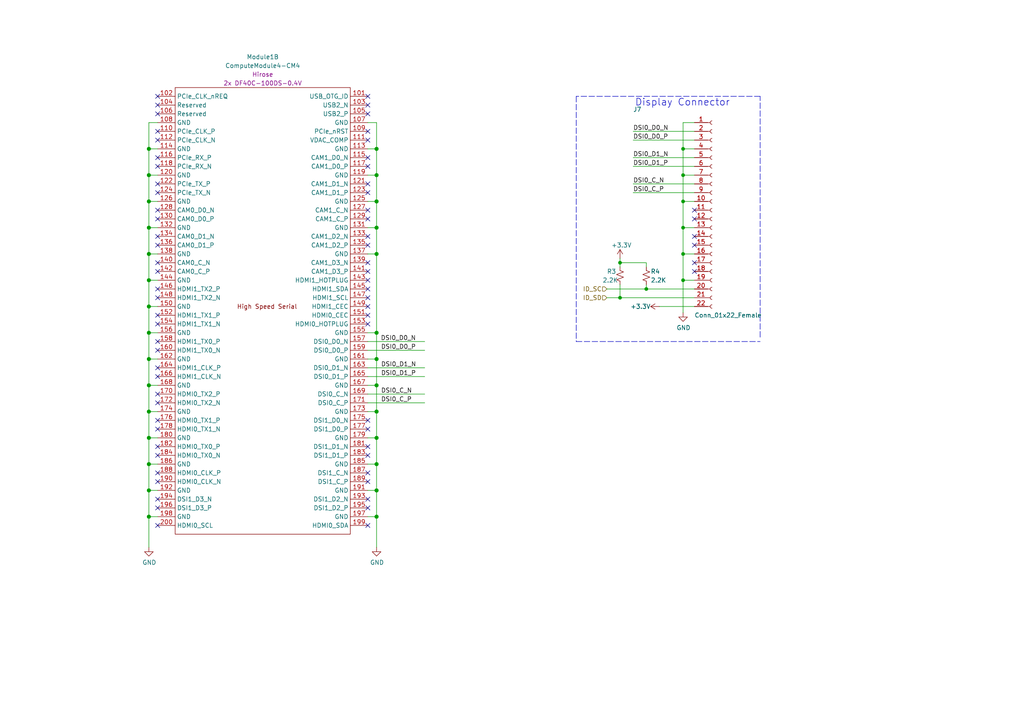
<source format=kicad_sch>
(kicad_sch (version 20230121) (generator eeschema)
  (paper "A4")
  (lib_symbols
    (symbol "Connector:Conn_01x22_Female" (pin_names hide)
      (property "Reference" "J" (at 0 27.94 0))
      (property "Value" "Conn_01x22_Female" (at 0 -30.48 0))
      (symbol "Conn_01x22_Female_1_1"
        (arc (start 0 -27.432) (mid -0.5058 -27.94) (end 0 -28.448))
        (arc (start 0 -24.892) (mid -0.5058 -25.4) (end 0 -25.908))
        (arc (start 0 -22.352) (mid -0.5058 -22.86) (end 0 -23.368))
        (arc (start 0 -19.812) (mid -0.5058 -20.32) (end 0 -20.828))
        (arc (start 0 -17.272) (mid -0.5058 -17.78) (end 0 -18.288))
        (arc (start 0 -14.732) (mid -0.5058 -15.24) (end 0 -15.748))
        (arc (start 0 -12.192) (mid -0.5058 -12.7) (end 0 -13.208))
        (arc (start 0 -9.652) (mid -0.5058 -10.16) (end 0 -10.668))
        (arc (start 0 -7.112) (mid -0.5058 -7.62) (end 0 -8.128))
        (arc (start 0 -4.572) (mid -0.5058 -5.08) (end 0 -5.588))
        (arc (start 0 -2.032) (mid -0.5058 -2.54) (end 0 -3.048))
        (polyline (pts (xy -1.27 -27.94) (xy -0.508 -27.94)))
        (polyline (pts (xy -1.27 -25.4) (xy -0.508 -25.4)))
        (polyline (pts (xy -1.27 -22.86) (xy -0.508 -22.86)))
        (polyline (pts (xy -1.27 -20.32) (xy -0.508 -20.32)))
        (polyline (pts (xy -1.27 -17.78) (xy -0.508 -17.78)))
        (polyline (pts (xy -1.27 -15.24) (xy -0.508 -15.24)))
        (polyline (pts (xy -1.27 -12.7) (xy -0.508 -12.7)))
        (polyline (pts (xy -1.27 -10.16) (xy -0.508 -10.16)))
        (polyline (pts (xy -1.27 -7.62) (xy -0.508 -7.62)))
        (polyline (pts (xy -1.27 -5.08) (xy -0.508 -5.08)))
        (polyline (pts (xy -1.27 -2.54) (xy -0.508 -2.54)))
        (polyline (pts (xy -1.27 0) (xy -0.508 0)))
        (polyline (pts (xy -1.27 2.54) (xy -0.508 2.54)))
        (polyline (pts (xy -1.27 5.08) (xy -0.508 5.08)))
        (polyline (pts (xy -1.27 7.62) (xy -0.508 7.62)))
        (polyline (pts (xy -1.27 10.16) (xy -0.508 10.16)))
        (polyline (pts (xy -1.27 12.7) (xy -0.508 12.7)))
        (polyline (pts (xy -1.27 15.24) (xy -0.508 15.24)))
        (polyline (pts (xy -1.27 17.78) (xy -0.508 17.78)))
        (polyline (pts (xy -1.27 20.32) (xy -0.508 20.32)))
        (polyline (pts (xy -1.27 22.86) (xy -0.508 22.86)))
        (polyline (pts (xy -1.27 25.4) (xy -0.508 25.4)))
        (arc (start 0 0.508) (mid -0.5058 0) (end 0 -0.508))
        (arc (start 0 3.048) (mid -0.5058 2.54) (end 0 2.032))
        (arc (start 0 5.588) (mid -0.5058 5.08) (end 0 4.572))
        (arc (start 0 8.128) (mid -0.5058 7.62) (end 0 7.112))
        (arc (start 0 10.668) (mid -0.5058 10.16) (end 0 9.652))
        (arc (start 0 13.208) (mid -0.5058 12.7) (end 0 12.192))
        (arc (start 0 15.748) (mid -0.5058 15.24) (end 0 14.732))
        (arc (start 0 18.288) (mid -0.5058 17.78) (end 0 17.272))
        (arc (start 0 20.828) (mid -0.5058 20.32) (end 0 19.812))
        (arc (start 0 23.368) (mid -0.5058 22.86) (end 0 22.352))
        (arc (start 0 25.908) (mid -0.5058 25.4) (end 0 24.892))
        (pin passive line (at -5.08 25.4 0) (length 3.81) (name "Pin_1") (number "1"))
        (pin passive line (at -5.08 2.54 0) (length 3.81) (name "Pin_10") (number "10"))
        (pin passive line (at -5.08 0 0) (length 3.81) (name "Pin_11") (number "11"))
        (pin passive line (at -5.08 -2.54 0) (length 3.81) (name "Pin_12") (number "12"))
        (pin passive line (at -5.08 -5.08 0) (length 3.81) (name "Pin_13") (number "13"))
        (pin passive line (at -5.08 -7.62 0) (length 3.81) (name "Pin_14") (number "14"))
        (pin passive line (at -5.08 -10.16 0) (length 3.81) (name "Pin_15") (number "15"))
        (pin passive line (at -5.08 -12.7 0) (length 3.81) (name "Pin_16") (number "16"))
        (pin passive line (at -5.08 -15.24 0) (length 3.81) (name "Pin_17") (number "17"))
        (pin passive line (at -5.08 -17.78 0) (length 3.81) (name "Pin_18") (number "18"))
        (pin passive line (at -5.08 -20.32 0) (length 3.81) (name "Pin_19") (number "19"))
        (pin passive line (at -5.08 22.86 0) (length 3.81) (name "Pin_2") (number "2"))
        (pin passive line (at -5.08 -22.86 0) (length 3.81) (name "Pin_20") (number "20"))
        (pin passive line (at -5.08 -25.4 0) (length 3.81) (name "Pin_21") (number "21"))
        (pin passive line (at -5.08 -27.94 0) (length 3.81) (name "Pin_22") (number "22"))
        (pin passive line (at -5.08 20.32 0) (length 3.81) (name "Pin_3") (number "3"))
        (pin passive line (at -5.08 17.78 0) (length 3.81) (name "Pin_4") (number "4"))
        (pin passive line (at -5.08 15.24 0) (length 3.81) (name "Pin_5") (number "5"))
        (pin passive line (at -5.08 12.7 0) (length 3.81) (name "Pin_6") (number "6"))
        (pin passive line (at -5.08 10.16 0) (length 3.81) (name "Pin_7") (number "7"))
        (pin passive line (at -5.08 7.62 0) (length 3.81) (name "Pin_8") (number "8"))
        (pin passive line (at -5.08 5.08 0) (length 3.81) (name "Pin_9") (number "9"))
      )
    )
    (symbol "Device:R_Small_US" (pin_numbers hide) (pin_names (offset 0.254) hide)
      (property "Reference" "R" (at 0.762 0.508 0))
      (property "Value" "R_Small_US" (at 0.762 -1.016 0))
      (symbol "R_Small_US_1_1"
        (polyline (pts (xy 0 0) (xy 1.016 -0.381) (xy 0 -0.762) (xy -1.016 -1.143) (xy 0 -1.524)))
        (polyline (pts (xy 0 1.524) (xy 1.016 1.143) (xy 0 0.762) (xy -1.016 0.381) (xy 0 0)))
        (pin passive line (at 0 2.54 270) (length 1.016) (name "~") (number "1"))
        (pin passive line (at 0 -2.54 90) (length 1.016) (name "~") (number "2"))
      )
    )
    (symbol "cm4:ComputeModule4-CM4"
      (property "Reference" "Module" (at 113.03 -68.58 0))
      (property "Value" "ComputeModule4-CM4" (at 140.97 2.54 0))
      (property "Field4" "Hirose" (at 0 0 0))
      (property "Field5" "2x DF40C-100DS-0.4V" (at 0 -2.54 0))
      (symbol "ComputeModule4-CM4_1_0"
        (text "GPIO" (at 0 6.35 0) (effects (font (size 1.27 1.27))))
      )
      (symbol "ComputeModule4-CM4_1_1"
        (rectangle (start -30.48 -71.12) (end 25.4 58.42))
        (text "600mA Max" (at -8.89 -53.34 0) (effects (font (size 1.27 1.27))))
        (text "600mA Max" (at -8.89 -48.26 0) (effects (font (size 1.27 1.27))))
        (text "NB SD signals are only available" (at -1.27 -27.94 0) (effects (font (size 1.27 1.27))))
        (text "on modules without eMMC" (at -1.27 -30.48 0) (effects (font (size 1.27 1.27))))
        (pin power_in line (at 27.94 55.88 180) (length 2.54) (name "GND") (number "1"))
        (pin passive line (at -33.02 45.72 0) (length 2.54) (name "Ethernet_Pair0_N") (number "10"))
        (pin output line (at -33.02 -68.58 0) (length 2.54) (name "nEXTRST") (number "100"))
        (pin passive line (at 27.94 43.18 180) (length 2.54) (name "Ethernet_Pair2_P") (number "11"))
        (pin passive line (at -33.02 43.18 0) (length 2.54) (name "Ethernet_Pair0_P") (number "12"))
        (pin power_in line (at 27.94 40.64 180) (length 2.54) (name "GND") (number "13"))
        (pin power_in line (at -33.02 40.64 0) (length 2.54) (name "GND") (number "14"))
        (pin output line (at 27.94 38.1 180) (length 2.54) (name "Ethernet_nLED3(3.3v)") (number "15"))
        (pin input line (at -33.02 38.1 0) (length 2.54) (name "Ethernet_SYNC_IN(1.8v)") (number "16"))
        (pin output line (at 27.94 35.56 180) (length 2.54) (name "Ethernet_nLED2(3.3v)") (number "17"))
        (pin input line (at -33.02 35.56 0) (length 2.54) (name "Ethernet_SYNC_OUT(1.8v)") (number "18"))
        (pin output line (at 27.94 33.02 180) (length 2.54) (name "Ethernet_nLED1(3.3v)") (number "19"))
        (pin power_in line (at -33.02 55.88 0) (length 2.54) (name "GND") (number "2"))
        (pin passive line (at -33.02 33.02 0) (length 2.54) (name "EEPROM_nWP") (number "20"))
        (pin open_collector line (at 27.94 30.48 180) (length 2.54) (name "PI_nLED_Activity") (number "21"))
        (pin power_in line (at -33.02 30.48 0) (length 2.54) (name "GND") (number "22"))
        (pin power_in line (at 27.94 27.94 180) (length 2.54) (name "GND") (number "23"))
        (pin passive line (at -33.02 27.94 0) (length 2.54) (name "GPIO26") (number "24"))
        (pin passive line (at 27.94 25.4 180) (length 2.54) (name "GPIO21") (number "25"))
        (pin passive line (at -33.02 25.4 0) (length 2.54) (name "GPIO19") (number "26"))
        (pin passive line (at 27.94 22.86 180) (length 2.54) (name "GPIO20") (number "27"))
        (pin passive line (at -33.02 22.86 0) (length 2.54) (name "GPIO13") (number "28"))
        (pin passive line (at 27.94 20.32 180) (length 2.54) (name "GPIO16") (number "29"))
        (pin passive line (at 27.94 53.34 180) (length 2.54) (name "Ethernet_Pair3_P") (number "3"))
        (pin passive line (at -33.02 20.32 0) (length 2.54) (name "GPIO6") (number "30"))
        (pin passive line (at 27.94 17.78 180) (length 2.54) (name "GPIO12") (number "31"))
        (pin power_in line (at -33.02 17.78 0) (length 2.54) (name "GND") (number "32"))
        (pin power_in line (at 27.94 15.24 180) (length 2.54) (name "GND") (number "33"))
        (pin passive line (at -33.02 15.24 0) (length 2.54) (name "GPIO5") (number "34"))
        (pin passive line (at 27.94 12.7 180) (length 2.54) (name "ID_SC") (number "35"))
        (pin passive line (at -33.02 12.7 0) (length 2.54) (name "ID_SD") (number "36"))
        (pin passive line (at 27.94 10.16 180) (length 2.54) (name "GPIO7") (number "37"))
        (pin passive line (at -33.02 10.16 0) (length 2.54) (name "GPIO11") (number "38"))
        (pin passive line (at 27.94 7.62 180) (length 2.54) (name "GPIO8") (number "39"))
        (pin passive line (at -33.02 53.34 0) (length 2.54) (name "Ethernet_Pair1_P") (number "4"))
        (pin passive line (at -33.02 7.62 0) (length 2.54) (name "GPIO9") (number "40"))
        (pin passive line (at 27.94 5.08 180) (length 2.54) (name "GPIO25") (number "41"))
        (pin power_in line (at -33.02 5.08 0) (length 2.54) (name "GND") (number "42"))
        (pin power_in line (at 27.94 2.54 180) (length 2.54) (name "GND") (number "43"))
        (pin passive line (at -33.02 2.54 0) (length 2.54) (name "GPIO10") (number "44"))
        (pin passive line (at 27.94 0 180) (length 2.54) (name "GPIO24") (number "45"))
        (pin passive line (at -33.02 0 0) (length 2.54) (name "GPIO22") (number "46"))
        (pin passive line (at 27.94 -2.54 180) (length 2.54) (name "GPIO23") (number "47"))
        (pin passive line (at -33.02 -2.54 0) (length 2.54) (name "GPIO27") (number "48"))
        (pin passive line (at 27.94 -5.08 180) (length 2.54) (name "GPIO18") (number "49"))
        (pin passive line (at 27.94 50.8 180) (length 2.54) (name "Ethernet_Pair3_N") (number "5"))
        (pin passive line (at -33.02 -5.08 0) (length 2.54) (name "GPIO17") (number "50"))
        (pin passive line (at 27.94 -7.62 180) (length 2.54) (name "GPIO15") (number "51"))
        (pin power_in line (at -33.02 -7.62 0) (length 2.54) (name "GND") (number "52"))
        (pin power_in line (at 27.94 -10.16 180) (length 2.54) (name "GND") (number "53"))
        (pin passive line (at -33.02 -10.16 0) (length 2.54) (name "GPIO4") (number "54"))
        (pin passive line (at 27.94 -12.7 180) (length 2.54) (name "GPIO14") (number "55"))
        (pin passive line (at -33.02 -12.7 0) (length 2.54) (name "GPIO3") (number "56"))
        (pin passive line (at 27.94 -15.24 180) (length 2.54) (name "SD_CLK") (number "57"))
        (pin passive line (at -33.02 -15.24 0) (length 2.54) (name "GPIO2") (number "58"))
        (pin power_in line (at 27.94 -17.78 180) (length 2.54) (name "GND") (number "59"))
        (pin passive line (at -33.02 50.8 0) (length 2.54) (name "Ethernet_Pair1_N") (number "6"))
        (pin power_in line (at -33.02 -17.78 0) (length 2.54) (name "GND") (number "60"))
        (pin passive line (at 27.94 -20.32 180) (length 2.54) (name "SD_DAT3") (number "61"))
        (pin passive line (at -33.02 -20.32 0) (length 2.54) (name "SD_CMD") (number "62"))
        (pin passive line (at 27.94 -22.86 180) (length 2.54) (name "SD_DAT0") (number "63"))
        (pin passive line (at -33.02 -22.86 0) (length 2.54) (name "SD_DAT5") (number "64"))
        (pin power_in line (at 27.94 -25.4 180) (length 2.54) (name "GND") (number "65"))
        (pin power_in line (at -33.02 -25.4 0) (length 2.54) (name "GND") (number "66"))
        (pin passive line (at 27.94 -27.94 180) (length 2.54) (name "SD_DAT1") (number "67"))
        (pin passive line (at -33.02 -27.94 0) (length 2.54) (name "SD_DAT4") (number "68"))
        (pin passive line (at 27.94 -30.48 180) (length 2.54) (name "SD_DAT2") (number "69"))
        (pin power_in line (at 27.94 48.26 180) (length 2.54) (name "GND") (number "7"))
        (pin passive line (at -33.02 -30.48 0) (length 2.54) (name "SD_DAT7") (number "70"))
        (pin power_in line (at 27.94 -33.02 180) (length 2.54) (name "GND") (number "71"))
        (pin passive line (at -33.02 -33.02 0) (length 2.54) (name "SD_DAT6") (number "72"))
        (pin input line (at 27.94 -35.56 180) (length 2.54) (name "SD_VDD_Override") (number "73"))
        (pin power_in line (at -33.02 -35.56 0) (length 2.54) (name "GND") (number "74"))
        (pin output line (at 27.94 -38.1 180) (length 2.54) (name "SD_PWR_ON") (number "75"))
        (pin passive line (at -33.02 -38.1 0) (length 2.54) (name "Reserved") (number "76"))
        (pin power_in line (at 27.94 -40.64 180) (length 2.54) (name "+5v_(Input)") (number "77"))
        (pin power_in line (at -33.02 -40.64 0) (length 2.54) (name "GPIO_VREF(1.8v/3.3v_Input)") (number "78"))
        (pin power_in line (at 27.94 -43.18 180) (length 2.54) (name "+5v_(Input)") (number "79"))
        (pin power_in line (at -33.02 48.26 0) (length 2.54) (name "GND") (number "8"))
        (pin passive line (at -33.02 -43.18 0) (length 2.54) (name "SCL0") (number "80"))
        (pin power_in line (at 27.94 -45.72 180) (length 2.54) (name "+5v_(Input)") (number "81"))
        (pin passive line (at -33.02 -45.72 0) (length 2.54) (name "SDA0") (number "82"))
        (pin power_in line (at 27.94 -48.26 180) (length 2.54) (name "+5v_(Input)") (number "83"))
        (pin power_out line (at -33.02 -48.26 0) (length 2.54) (name "+3.3v_(Output)") (number "84"))
        (pin power_in line (at 27.94 -50.8 180) (length 2.54) (name "+5v_(Input)") (number "85"))
        (pin power_out line (at -33.02 -50.8 0) (length 2.54) (name "+3.3v_(Output)") (number "86"))
        (pin power_in line (at 27.94 -53.34 180) (length 2.54) (name "+5v_(Input)") (number "87"))
        (pin power_out line (at -33.02 -53.34 0) (length 2.54) (name "+1.8v_(Output)") (number "88"))
        (pin power_in line (at 27.94 -55.88 180) (length 2.54) (name "WiFi_nDisable") (number "89"))
        (pin passive line (at 27.94 45.72 180) (length 2.54) (name "Ethernet_Pair2_N") (number "9"))
        (pin power_out line (at -33.02 -55.88 0) (length 2.54) (name "+1.8v_(Output)") (number "90"))
        (pin power_in line (at 27.94 -58.42 180) (length 2.54) (name "BT_nDisable") (number "91"))
        (pin passive line (at -33.02 -58.42 0) (length 2.54) (name "RUN_PG") (number "92"))
        (pin input line (at 27.94 -60.96 180) (length 2.54) (name "nRPIBOOT") (number "93"))
        (pin passive line (at -33.02 -60.96 0) (length 2.54) (name "AnalogIP1") (number "94"))
        (pin output line (at 27.94 -63.5 180) (length 2.54) (name "nPI_LED_PWR") (number "95"))
        (pin passive line (at -33.02 -63.5 0) (length 2.54) (name "AnalogIP0") (number "96"))
        (pin passive line (at 27.94 -66.04 180) (length 2.54) (name "Camera_GPIO") (number "97"))
        (pin power_in line (at -33.02 -66.04 0) (length 2.54) (name "GND") (number "98"))
        (pin input line (at 27.94 -68.58 180) (length 2.54) (name "Global_EN") (number "99"))
      )
      (symbol "ComputeModule4-CM4_2_1"
        (rectangle (start 114.3 -66.04) (end 165.1 63.5))
        (text "High Speed Serial" (at 140.97 0 0) (effects (font (size 1.27 1.27))))
        (pin input line (at 170.18 60.96 180) (length 5.08) (name "USB_OTG_ID") (number "101"))
        (pin input line (at 109.22 60.96 0) (length 5.08) (name "PCIe_CLK_nREQ") (number "102"))
        (pin passive line (at 170.18 58.42 180) (length 5.08) (name "USB2_N") (number "103"))
        (pin passive line (at 109.22 58.42 0) (length 5.08) (name "Reserved") (number "104"))
        (pin passive line (at 170.18 55.88 180) (length 5.08) (name "USB2_P") (number "105"))
        (pin passive line (at 109.22 55.88 0) (length 5.08) (name "Reserved") (number "106"))
        (pin power_in line (at 170.18 53.34 180) (length 5.08) (name "GND") (number "107"))
        (pin power_in line (at 109.22 53.34 0) (length 5.08) (name "GND") (number "108"))
        (pin bidirectional line (at 170.18 50.8 180) (length 5.08) (name "PCIe_nRST") (number "109"))
        (pin output line (at 109.22 50.8 0) (length 5.08) (name "PCIe_CLK_P") (number "110"))
        (pin passive line (at 170.18 48.26 180) (length 5.08) (name "VDAC_COMP") (number "111"))
        (pin output line (at 109.22 48.26 0) (length 5.08) (name "PCIe_CLK_N") (number "112"))
        (pin power_in line (at 170.18 45.72 180) (length 5.08) (name "GND") (number "113"))
        (pin power_in line (at 109.22 45.72 0) (length 5.08) (name "GND") (number "114"))
        (pin input line (at 170.18 43.18 180) (length 5.08) (name "CAM1_D0_N") (number "115"))
        (pin input line (at 109.22 43.18 0) (length 5.08) (name "PCIe_RX_P") (number "116"))
        (pin input line (at 170.18 40.64 180) (length 5.08) (name "CAM1_D0_P") (number "117"))
        (pin input line (at 109.22 40.64 0) (length 5.08) (name "PCIe_RX_N") (number "118"))
        (pin power_in line (at 170.18 38.1 180) (length 5.08) (name "GND") (number "119"))
        (pin power_in line (at 109.22 38.1 0) (length 5.08) (name "GND") (number "120"))
        (pin input line (at 170.18 35.56 180) (length 5.08) (name "CAM1_D1_N") (number "121"))
        (pin output line (at 109.22 35.56 0) (length 5.08) (name "PCIe_TX_P") (number "122"))
        (pin input line (at 170.18 33.02 180) (length 5.08) (name "CAM1_D1_P") (number "123"))
        (pin output line (at 109.22 33.02 0) (length 5.08) (name "PCIe_TX_N") (number "124"))
        (pin power_in line (at 170.18 30.48 180) (length 5.08) (name "GND") (number "125"))
        (pin power_in line (at 109.22 30.48 0) (length 5.08) (name "GND") (number "126"))
        (pin input line (at 170.18 27.94 180) (length 5.08) (name "CAM1_C_N") (number "127"))
        (pin input line (at 109.22 27.94 0) (length 5.08) (name "CAM0_D0_N") (number "128"))
        (pin input line (at 170.18 25.4 180) (length 5.08) (name "CAM1_C_P") (number "129"))
        (pin input line (at 109.22 25.4 0) (length 5.08) (name "CAM0_D0_P") (number "130"))
        (pin power_in line (at 170.18 22.86 180) (length 5.08) (name "GND") (number "131"))
        (pin power_in line (at 109.22 22.86 0) (length 5.08) (name "GND") (number "132"))
        (pin input line (at 170.18 20.32 180) (length 5.08) (name "CAM1_D2_N") (number "133"))
        (pin input line (at 109.22 20.32 0) (length 5.08) (name "CAM0_D1_N") (number "134"))
        (pin input line (at 170.18 17.78 180) (length 5.08) (name "CAM1_D2_P") (number "135"))
        (pin input line (at 109.22 17.78 0) (length 5.08) (name "CAM0_D1_P") (number "136"))
        (pin power_in line (at 170.18 15.24 180) (length 5.08) (name "GND") (number "137"))
        (pin power_in line (at 109.22 15.24 0) (length 5.08) (name "GND") (number "138"))
        (pin input line (at 170.18 12.7 180) (length 5.08) (name "CAM1_D3_N") (number "139"))
        (pin input line (at 109.22 12.7 0) (length 5.08) (name "CAM0_C_N") (number "140"))
        (pin input line (at 170.18 10.16 180) (length 5.08) (name "CAM1_D3_P") (number "141"))
        (pin input line (at 109.22 10.16 0) (length 5.08) (name "CAM0_C_P") (number "142"))
        (pin input line (at 170.18 7.62 180) (length 5.08) (name "HDMI1_HOTPLUG") (number "143"))
        (pin power_in line (at 109.22 7.62 0) (length 5.08) (name "GND") (number "144"))
        (pin bidirectional line (at 170.18 5.08 180) (length 5.08) (name "HDMI1_SDA") (number "145"))
        (pin output line (at 109.22 5.08 0) (length 5.08) (name "HDMI1_TX2_P") (number "146"))
        (pin open_collector line (at 170.18 2.54 180) (length 5.08) (name "HDMI1_SCL") (number "147"))
        (pin output line (at 109.22 2.54 0) (length 5.08) (name "HDMI1_TX2_N") (number "148"))
        (pin open_collector line (at 170.18 0 180) (length 5.08) (name "HDMI1_CEC") (number "149"))
        (pin power_in line (at 109.22 0 0) (length 5.08) (name "GND") (number "150"))
        (pin open_collector line (at 170.18 -2.54 180) (length 5.08) (name "HDMI0_CEC") (number "151"))
        (pin output line (at 109.22 -2.54 0) (length 5.08) (name "HDMI1_TX1_P") (number "152"))
        (pin input line (at 170.18 -5.08 180) (length 5.08) (name "HDMI0_HOTPLUG") (number "153"))
        (pin output line (at 109.22 -5.08 0) (length 5.08) (name "HDMI1_TX1_N") (number "154"))
        (pin power_in line (at 170.18 -7.62 180) (length 5.08) (name "GND") (number "155"))
        (pin power_in line (at 109.22 -7.62 0) (length 5.08) (name "GND") (number "156"))
        (pin output line (at 170.18 -10.16 180) (length 5.08) (name "DSI0_D0_N") (number "157"))
        (pin output line (at 109.22 -10.16 0) (length 5.08) (name "HDMI1_TX0_P") (number "158"))
        (pin output line (at 170.18 -12.7 180) (length 5.08) (name "DSI0_D0_P") (number "159"))
        (pin output line (at 109.22 -12.7 0) (length 5.08) (name "HDMI1_TX0_N") (number "160"))
        (pin power_in line (at 170.18 -15.24 180) (length 5.08) (name "GND") (number "161"))
        (pin power_in line (at 109.22 -15.24 0) (length 5.08) (name "GND") (number "162"))
        (pin output line (at 170.18 -17.78 180) (length 5.08) (name "DSI0_D1_N") (number "163"))
        (pin output line (at 109.22 -17.78 0) (length 5.08) (name "HDMI1_CLK_P") (number "164"))
        (pin output line (at 170.18 -20.32 180) (length 5.08) (name "DSI0_D1_P") (number "165"))
        (pin output line (at 109.22 -20.32 0) (length 5.08) (name "HDMI1_CLK_N") (number "166"))
        (pin power_in line (at 170.18 -22.86 180) (length 5.08) (name "GND") (number "167"))
        (pin power_in line (at 109.22 -22.86 0) (length 5.08) (name "GND") (number "168"))
        (pin output line (at 170.18 -25.4 180) (length 5.08) (name "DSI0_C_N") (number "169"))
        (pin output line (at 109.22 -25.4 0) (length 5.08) (name "HDMI0_TX2_P") (number "170"))
        (pin output line (at 170.18 -27.94 180) (length 5.08) (name "DSI0_C_P") (number "171"))
        (pin output line (at 109.22 -27.94 0) (length 5.08) (name "HDMI0_TX2_N") (number "172"))
        (pin power_in line (at 170.18 -30.48 180) (length 5.08) (name "GND") (number "173"))
        (pin power_in line (at 109.22 -30.48 0) (length 5.08) (name "GND") (number "174"))
        (pin output line (at 170.18 -33.02 180) (length 5.08) (name "DSI1_D0_N") (number "175"))
        (pin output line (at 109.22 -33.02 0) (length 5.08) (name "HDMI0_TX1_P") (number "176"))
        (pin output line (at 170.18 -35.56 180) (length 5.08) (name "DSI1_D0_P") (number "177"))
        (pin output line (at 109.22 -35.56 0) (length 5.08) (name "HDMI0_TX1_N") (number "178"))
        (pin power_in line (at 170.18 -38.1 180) (length 5.08) (name "GND") (number "179"))
        (pin power_in line (at 109.22 -38.1 0) (length 5.08) (name "GND") (number "180"))
        (pin output line (at 170.18 -40.64 180) (length 5.08) (name "DSI1_D1_N") (number "181"))
        (pin output line (at 109.22 -40.64 0) (length 5.08) (name "HDMI0_TX0_P") (number "182"))
        (pin output line (at 170.18 -43.18 180) (length 5.08) (name "DSI1_D1_P") (number "183"))
        (pin output line (at 109.22 -43.18 0) (length 5.08) (name "HDMI0_TX0_N") (number "184"))
        (pin power_in line (at 170.18 -45.72 180) (length 5.08) (name "GND") (number "185"))
        (pin power_in line (at 109.22 -45.72 0) (length 5.08) (name "GND") (number "186"))
        (pin output line (at 170.18 -48.26 180) (length 5.08) (name "DSI1_C_N") (number "187"))
        (pin output line (at 109.22 -48.26 0) (length 5.08) (name "HDMI0_CLK_P") (number "188"))
        (pin output line (at 170.18 -50.8 180) (length 5.08) (name "DSI1_C_P") (number "189"))
        (pin output line (at 109.22 -50.8 0) (length 5.08) (name "HDMI0_CLK_N") (number "190"))
        (pin power_in line (at 170.18 -53.34 180) (length 5.08) (name "GND") (number "191"))
        (pin power_in line (at 109.22 -53.34 0) (length 5.08) (name "GND") (number "192"))
        (pin output line (at 170.18 -55.88 180) (length 5.08) (name "DSI1_D2_N") (number "193"))
        (pin output line (at 109.22 -55.88 0) (length 5.08) (name "DSI1_D3_N") (number "194"))
        (pin output line (at 170.18 -58.42 180) (length 5.08) (name "DSI1_D2_P") (number "195"))
        (pin output line (at 109.22 -58.42 0) (length 5.08) (name "DSI1_D3_P") (number "196"))
        (pin power_in line (at 170.18 -60.96 180) (length 5.08) (name "GND") (number "197"))
        (pin power_in line (at 109.22 -60.96 0) (length 5.08) (name "GND") (number "198"))
        (pin bidirectional line (at 170.18 -63.5 180) (length 5.08) (name "HDMI0_SDA") (number "199"))
        (pin open_collector line (at 109.22 -63.5 0) (length 5.08) (name "HDMI0_SCL") (number "200"))
      )
    )
    (symbol "power:+3.3V" (power) (pin_names (offset 0))
      (property "Value" "+3.3V" (at 0 3.556 0))
      (symbol "+3.3V_0_1"
        (polyline (pts (xy -0.762 1.27) (xy 0 2.54)))
        (polyline (pts (xy 0 0) (xy 0 2.54)))
        (polyline (pts (xy 0 2.54) (xy 0.762 1.27)))
      )
      (symbol "+3.3V_1_1"
        (pin power_in line (at 0 0 90) (length 0) hide (name "+3.3V") (number "1"))
      )
    )
    (symbol "power:GND" (power) (pin_names (offset 0))
      (property "Value" "GND" (at 0 -3.81 0))
      (symbol "GND_0_1"
        (polyline (pts (xy 0 0) (xy 0 -1.27) (xy 1.27 -1.27) (xy 0 -2.54) (xy -1.27 -1.27) (xy 0 -1.27)))
      )
      (symbol "GND_1_1"
        (pin power_in line (at 0 0 270) (length 0) hide (name "GND") (number "1"))
      )
    )
  )
  (junction (at 198.12 81.28))
  (junction (at 179.832 86.36))
  (junction (at 43.18 149.86) (diameter 1.016))
  (junction (at 43.18 50.8) (diameter 1.016))
  (junction (at 109.22 73.66) (diameter 1.016))
  (junction (at 109.22 50.8) (diameter 1.016))
  (junction (at 109.22 149.86) (diameter 1.016))
  (junction (at 43.18 134.62) (diameter 1.016))
  (junction (at 43.18 43.18) (diameter 1.016))
  (junction (at 43.18 96.52) (diameter 1.016))
  (junction (at 43.18 58.42) (diameter 1.016))
  (junction (at 109.22 142.24) (diameter 1.016))
  (junction (at 43.18 66.04) (diameter 1.016))
  (junction (at 43.18 111.76) (diameter 1.016))
  (junction (at 109.22 104.14) (diameter 1.016))
  (junction (at 109.22 66.04) (diameter 1.016))
  (junction (at 43.18 73.66) (diameter 1.016))
  (junction (at 43.18 142.24) (diameter 1.016))
  (junction (at 198.12 66.04))
  (junction (at 43.18 104.14) (diameter 1.016))
  (junction (at 43.18 119.38) (diameter 1.016))
  (junction (at 198.12 43.18))
  (junction (at 43.18 81.28) (diameter 1.016))
  (junction (at 109.22 58.42) (diameter 1.016))
  (junction (at 187.452 83.82))
  (junction (at 109.22 127) (diameter 1.016))
  (junction (at 109.22 119.38) (diameter 1.016))
  (junction (at 109.22 96.52) (diameter 1.016))
  (junction (at 109.22 134.62) (diameter 1.016))
  (junction (at 43.18 88.9) (diameter 1.016))
  (junction (at 109.22 111.76) (diameter 1.016))
  (junction (at 43.18 127) (diameter 1.016))
  (junction (at 198.12 73.66))
  (junction (at 198.12 50.8))
  (junction (at 198.12 58.42))
  (junction (at 179.832 76.2))
  (junction (at 109.22 43.18) (diameter 1.016))
  (no_connect (at 45.72 114.3))
  (no_connect (at 106.68 124.46))
  (no_connect (at 45.72 38.1))
  (no_connect (at 106.68 132.08))
  (no_connect (at 106.68 81.28))
  (no_connect (at 201.422 71.12))
  (no_connect (at 45.72 53.34))
  (no_connect (at 45.72 71.12))
  (no_connect (at 201.422 78.74))
  (no_connect (at 201.422 76.2))
  (no_connect (at 201.422 60.96))
  (no_connect (at 106.68 152.4))
  (no_connect (at 106.68 86.36))
  (no_connect (at 106.68 91.44))
  (no_connect (at 45.72 55.88))
  (no_connect (at 45.72 144.78))
  (no_connect (at 45.72 93.98))
  (no_connect (at 45.72 60.96))
  (no_connect (at 201.422 63.5))
  (no_connect (at 45.72 139.7))
  (no_connect (at 45.72 83.82))
  (no_connect (at 106.68 68.58))
  (no_connect (at 45.72 109.22))
  (no_connect (at 45.72 106.68))
  (no_connect (at 45.72 45.72))
  (no_connect (at 45.72 68.58))
  (no_connect (at 45.72 137.16))
  (no_connect (at 45.72 86.36))
  (no_connect (at 45.72 76.2))
  (no_connect (at 45.72 99.06))
  (no_connect (at 106.68 30.48))
  (no_connect (at 106.68 48.26))
  (no_connect (at 106.68 53.34))
  (no_connect (at 45.72 132.08))
  (no_connect (at 106.68 63.5))
  (no_connect (at 106.68 78.74))
  (no_connect (at 45.72 147.32))
  (no_connect (at 45.72 116.84))
  (no_connect (at 106.68 139.7))
  (no_connect (at 106.68 71.12))
  (no_connect (at 106.68 60.96))
  (no_connect (at 45.72 33.02))
  (no_connect (at 106.68 55.88))
  (no_connect (at 45.72 91.44))
  (no_connect (at 106.68 88.9))
  (no_connect (at 106.68 76.2))
  (no_connect (at 45.72 30.48))
  (no_connect (at 45.72 78.74))
  (no_connect (at 106.68 121.92))
  (no_connect (at 45.72 121.92))
  (no_connect (at 106.68 40.64))
  (no_connect (at 106.68 33.02))
  (no_connect (at 106.68 27.94))
  (no_connect (at 45.72 40.64))
  (no_connect (at 106.68 38.1))
  (no_connect (at 106.68 93.98))
  (no_connect (at 45.72 152.4))
  (no_connect (at 106.68 83.82))
  (no_connect (at 45.72 129.54))
  (no_connect (at 45.72 63.5))
  (no_connect (at 106.68 147.32))
  (no_connect (at 106.68 137.16))
  (no_connect (at 45.72 48.26))
  (no_connect (at 45.72 124.46))
  (no_connect (at 201.422 68.58))
  (no_connect (at 106.68 45.72))
  (no_connect (at 106.68 144.78))
  (no_connect (at 45.72 101.6))
  (no_connect (at 45.72 27.94))
  (no_connect (at 106.68 129.54))
  (wire (pts (xy 43.18 81.28) (xy 43.18 88.9)))
  (wire (pts (xy 43.18 88.9) (xy 45.72 88.9)))
  (wire (pts (xy 106.68 134.62) (xy 109.22 134.62)))
  (wire (pts (xy 109.22 35.56) (xy 106.68 35.56)))
  (wire (pts (xy 106.68 119.38) (xy 109.22 119.38)))
  (wire (pts (xy 106.68 96.52) (xy 109.22 96.52)))
  (wire (pts (xy 109.22 43.18) (xy 109.22 35.56)))
  (wire (pts (xy 198.12 43.18) (xy 201.422 43.18)))
  (wire (pts (xy 106.68 116.84) (xy 123.19 116.84)))
  (wire (pts (xy 43.18 88.9) (xy 43.18 96.52)))
  (wire (pts (xy 109.22 119.38) (xy 109.22 127)))
  (wire (pts (xy 109.22 96.52) (xy 109.22 104.14)))
  (wire (pts (xy 198.12 73.66) (xy 198.12 81.28)))
  (wire (pts (xy 109.22 142.24) (xy 109.22 149.86)))
  (wire (pts (xy 43.18 142.24) (xy 43.18 149.86)))
  (wire (pts (xy 183.642 40.64) (xy 201.422 40.64)))
  (wire (pts (xy 43.18 81.28) (xy 45.72 81.28)))
  (wire (pts (xy 106.68 66.04) (xy 109.22 66.04)))
  (wire (pts (xy 45.72 35.56) (xy 43.18 35.56)))
  (wire (pts (xy 179.832 76.2) (xy 179.832 77.47)))
  (wire (pts (xy 43.18 96.52) (xy 45.72 96.52)))
  (wire (pts (xy 179.832 82.55) (xy 179.832 86.36)))
  (wire (pts (xy 106.68 104.14) (xy 109.22 104.14)))
  (wire (pts (xy 106.68 109.22) (xy 123.19 109.22)))
  (wire (pts (xy 176.022 83.82) (xy 187.452 83.82)))
  (wire (pts (xy 43.18 58.42) (xy 43.18 66.04)))
  (wire (pts (xy 45.72 149.86) (xy 43.18 149.86)))
  (wire (pts (xy 198.12 50.8) (xy 201.422 50.8)))
  (wire (pts (xy 109.22 58.42) (xy 109.22 50.8)))
  (wire (pts (xy 43.18 104.14) (xy 45.72 104.14)))
  (wire (pts (xy 109.22 104.14) (xy 109.22 111.76)))
  (wire (pts (xy 43.18 119.38) (xy 45.72 119.38)))
  (wire (pts (xy 198.12 81.28) (xy 198.12 90.678)))
  (wire (pts (xy 198.12 50.8) (xy 198.12 58.42)))
  (wire (pts (xy 43.18 111.76) (xy 45.72 111.76)))
  (wire (pts (xy 109.22 73.66) (xy 109.22 66.04)))
  (wire (pts (xy 109.22 73.66) (xy 109.22 96.52)))
  (wire (pts (xy 183.642 45.72) (xy 201.422 45.72)))
  (wire (pts (xy 43.18 96.52) (xy 43.18 104.14)))
  (wire (pts (xy 43.18 134.62) (xy 45.72 134.62)))
  (polyline (pts (xy 167.132 99.06) (xy 220.472 99.06)) (stroke (width 0) (type dash)))
  (wire (pts (xy 187.452 82.55) (xy 187.452 83.82)))
  (wire (pts (xy 43.18 127) (xy 45.72 127)))
  (wire (pts (xy 198.12 66.04) (xy 201.422 66.04)))
  (wire (pts (xy 191.262 88.9) (xy 201.422 88.9)))
  (wire (pts (xy 183.642 53.34) (xy 201.422 53.34)))
  (wire (pts (xy 123.19 99.06) (xy 106.68 99.06)))
  (polyline (pts (xy 167.132 27.94) (xy 167.132 99.06)) (stroke (width 0) (type dash)))
  (wire (pts (xy 179.832 86.36) (xy 201.422 86.36)))
  (wire (pts (xy 109.22 134.62) (xy 109.22 142.24)))
  (wire (pts (xy 198.12 58.42) (xy 198.12 66.04)))
  (wire (pts (xy 106.68 149.86) (xy 109.22 149.86)))
  (wire (pts (xy 179.832 74.93) (xy 179.832 76.2)))
  (wire (pts (xy 198.12 35.56) (xy 198.12 43.18)))
  (wire (pts (xy 43.18 127) (xy 43.18 134.62)))
  (wire (pts (xy 43.18 104.14) (xy 43.18 111.76)))
  (wire (pts (xy 183.642 48.26) (xy 201.422 48.26)))
  (wire (pts (xy 109.22 50.8) (xy 109.22 43.18)))
  (wire (pts (xy 198.12 58.42) (xy 201.422 58.42)))
  (wire (pts (xy 198.12 66.04) (xy 198.12 73.66)))
  (wire (pts (xy 198.12 73.66) (xy 201.422 73.66)))
  (wire (pts (xy 106.68 111.76) (xy 109.22 111.76)))
  (wire (pts (xy 183.642 55.88) (xy 201.422 55.88)))
  (wire (pts (xy 43.18 73.66) (xy 45.72 73.66)))
  (wire (pts (xy 43.18 66.04) (xy 45.72 66.04)))
  (wire (pts (xy 43.18 111.76) (xy 43.18 119.38)))
  (wire (pts (xy 43.18 35.56) (xy 43.18 43.18)))
  (wire (pts (xy 43.18 58.42) (xy 45.72 58.42)))
  (polyline (pts (xy 220.472 97.79) (xy 220.472 27.94)) (stroke (width 0) (type dash)))
  (wire (pts (xy 106.68 58.42) (xy 109.22 58.42)))
  (wire (pts (xy 43.18 73.66) (xy 43.18 81.28)))
  (wire (pts (xy 106.68 127) (xy 109.22 127)))
  (wire (pts (xy 106.68 106.68) (xy 123.19 106.68)))
  (wire (pts (xy 43.18 66.04) (xy 43.18 73.66)))
  (wire (pts (xy 201.422 35.56) (xy 198.12 35.56)))
  (wire (pts (xy 43.18 119.38) (xy 43.18 127)))
  (polyline (pts (xy 220.472 27.94) (xy 167.132 27.94)) (stroke (width 0) (type dash)))
  (wire (pts (xy 43.18 149.86) (xy 43.18 158.75)))
  (wire (pts (xy 45.72 142.24) (xy 43.18 142.24)))
  (wire (pts (xy 43.18 43.18) (xy 45.72 43.18)))
  (wire (pts (xy 123.19 101.6) (xy 106.68 101.6)))
  (wire (pts (xy 198.12 81.28) (xy 201.422 81.28)))
  (wire (pts (xy 109.22 66.04) (xy 109.22 58.42)))
  (wire (pts (xy 43.18 43.18) (xy 43.18 50.8)))
  (wire (pts (xy 106.68 114.3) (xy 123.19 114.3)))
  (wire (pts (xy 109.22 149.86) (xy 109.22 158.75)))
  (wire (pts (xy 106.68 142.24) (xy 109.22 142.24)))
  (wire (pts (xy 106.68 43.18) (xy 109.22 43.18)))
  (wire (pts (xy 43.18 134.62) (xy 43.18 142.24)))
  (wire (pts (xy 109.22 127) (xy 109.22 134.62)))
  (wire (pts (xy 198.12 43.18) (xy 198.12 50.8)))
  (wire (pts (xy 183.642 38.1) (xy 201.422 38.1)))
  (wire (pts (xy 176.022 86.36) (xy 179.832 86.36)))
  (wire (pts (xy 106.68 50.8) (xy 109.22 50.8)))
  (wire (pts (xy 43.18 50.8) (xy 45.72 50.8)))
  (wire (pts (xy 187.452 83.82) (xy 201.422 83.82)))
  (wire (pts (xy 179.832 76.2) (xy 187.452 76.2)))
  (wire (pts (xy 187.452 76.2) (xy 187.452 77.47)))
  (wire (pts (xy 43.18 50.8) (xy 43.18 58.42)))
  (wire (pts (xy 109.22 111.76) (xy 109.22 119.38)))
  (wire (pts (xy 106.68 73.66) (xy 109.22 73.66)))
  (text "Display Connector" (at 184.15 30.988 0) (effects (font (size 2.0066 2.0066)) (justify left bottom)))
  (label "DSI0_C_N" (at 110.49 114.3 0))
  (label "DSI0_D1_P" (at 183.642 48.26 0))
  (label "DSI0_D1_P" (at 110.49 109.22 0))
  (label "DSI0_C_P" (at 183.642 55.88 0))
  (label "DSI0_C_N" (at 183.642 53.34 0))
  (label "DSI0_D0_N" (at 183.642 38.1 0))
  (label "DSI0_D1_N" (at 110.49 106.68 0))
  (label "DSI0_D1_N" (at 183.642 45.72 0))
  (label "DSI0_D0_N" (at 120.65 99.06 180))
  (label "DSI0_D0_P" (at 120.65 101.6 180))
  (label "DSI0_D0_P" (at 183.642 40.64 0))
  (label "DSI0_C_P" (at 110.49 116.84 0))
  (hierarchical_label "ID_SC" (shape input) (at 176.022 83.82 180))
  (hierarchical_label "ID_SD" (shape input) (at 176.022 86.36 180))
  (symbol (lib_id "power:+3.3V") (at 191.262 88.9 90) (unit 1)
    (property "Reference" "#PWR015" (effects hide))
    (property "Value" "+3.3V" (at 188.722 88.9 90) (effects (justify left)))
    (instances (project "main-board" (path "" (reference "#PWR015") (unit 1)) (path "" (reference "#PWR055") (unit 1))))
  )
  (symbol (lib_id "power:+3.3V") (at 179.832 74.93 0) (unit 1)
    (property "Reference" "#PWR015" (effects hide))
    (property "Value" "+3.3V" (at 177.292 71.12 0) (effects (justify left)))
    (instances (project "main-board" (path "" (reference "#PWR015") (unit 1)) (path "" (reference "#PWR054") (unit 1))))
  )
  (symbol (lib_id "Device:R_Small_US") (at 179.832 80.01 0) (unit 1)
    (property "Reference" "R3" (at 176.022 78.74 0) (effects (justify left)))
    (property "Value" "2.2K" (at 174.752 81.28 0) (effects (justify left)))
    (property "Footprint" "Resistor_SMD:R_0402_1005Metric" (effects hide))
    (property "Field4" "Farnell" (effects hide))
    (property "Field5" "9239278" (effects hide))
    (property "Field7" "KOA EUROPE GMBH" (effects hide))
    (property "Field6" "RK73G1ETQTP2201D         " (effects hide))
    (property "Part Description" "Resistor 2.2K M1005 1% 63mW" (effects hide))
    (property "Field8" "120889581" (effects hide))
    (instances (project "main-board" (path "" (reference "R3") (unit 1))) (project "CM4IOv5" (path "" (reference "R6") (unit 1))))
  )
  (symbol (lib_id "Connector:Conn_01x22_Female") (at 206.502 60.96 0) (unit 1)
    (property "Reference" "J7" (at 183.642 31.75 0) (effects (justify left)))
    (property "Value" "Conn_01x22_Female" (at 201.422 91.44 0) (effects (justify left)))
    (property "Footprint" "FH12-22S:Hirose_FH12-22S-0.5SH_1x22-1MP_P0.50mm_Horizontal" (effects hide))
    (property "Datasheet" "https://www.hirose.com/product/document?clcode=&productname=&series=FH12&documenttype=Catalog&lang=en&documentid=D31648_en" (effects hide))
    (property "Field4" "Mouser" (effects hide))
    (property "Field5" "798-FH12-22S-0.5SH55" (effects hide))
    (property "Field6" "FH12-22S-0.5SH55" (effects hide))
    (property "Field7" "Hirose" (effects hide))
    (property "Part Description" "22 Position FFC, FPC Connector Contacts, Bottom 0.020\" (0.50mm) Surface Mount, Right Angle" (effects hide))
    (instances (project "main-board" (path "" (reference "J7") (unit 1))) (project "CM4IOv5" (path "" (reference "J15") (unit 1))))
  )
  (symbol (lib_id "cm4:ComputeModule4-CM4") (at -63.5 88.9 0) (unit 2)
    (property "Reference" "Module1" (at 76.2 16.51 0))
    (property "Value" "ComputeModule4-CM4" (at 76.2 19.05 0))
    (property "Footprint" "rpi-cm4:rpi-cm4" (effects hide))
    (property "Field4" "Hirose" (at 76.2 21.59 0))
    (property "Field5" "2x DF40C-100DS-0.4V" (at 76.2 24.13 0))
  )
  (symbol (lib_id "power:GND") (at 198.12 90.678 0) (unit 1)
    (property "Reference" "#PWR010" (effects hide))
    (property "Value" "GND" (at 198.247 95.0722 0))
    (instances (project "main-board" (path "" (reference "#PWR010") (unit 1))) (project "CM4IOv5" (path "" (reference "#PWR0133") (unit 1))))
  )
  (symbol (lib_id "power:GND") (at 109.22 158.75 0) (unit 1)
    (property "Reference" "#PWR02" (effects hide))
    (property "Value" "GND" (at 109.347 163.1442 0))
    (instances (project "main-board" (path "" (reference "#PWR02") (unit 1)) (path "" (reference "#PWR02") (unit 1))) (project "CM4IOv5" (path "" (reference "#PWR0130") (unit 1))))
  )
  (symbol (lib_id "power:GND") (at 43.18 158.75 0) (unit 1)
    (property "Reference" "#PWR01" (effects hide))
    (property "Value" "GND" (at 43.307 163.1442 0))
    (instances (project "main-board" (path "" (reference "#PWR01") (unit 1)) (path "" (reference "#PWR01") (unit 1))) (project "CM4IOv5" (path "" (reference "#PWR0131") (unit 1))))
  )
  (symbol (lib_id "Device:R_Small_US") (at 187.452 80.01 0) (unit 1)
    (property "Reference" "R4" (at 188.722 78.74 0) (effects (justify left)))
    (property "Value" "2.2K" (at 188.722 81.28 0) (effects (justify left)))
    (property "Footprint" "Resistor_SMD:R_0402_1005Metric" (effects hide))
    (property "Field4" "Farnell" (effects hide))
    (property "Field5" "9239278" (effects hide))
    (property "Field7" "KOA EUROPE GMBH" (effects hide))
    (property "Field6" "RK73G1ETQTP2201D         " (effects hide))
    (property "Part Description" "Resistor 2.2K M1005 1% 63mW" (effects hide))
    (property "Field8" "120889581" (effects hide))
    (instances (project "main-board" (path "" (reference "R4") (unit 1))) (project "CM4IOv5" (path "" (reference "R7") (unit 1))))
  )
)
</source>
